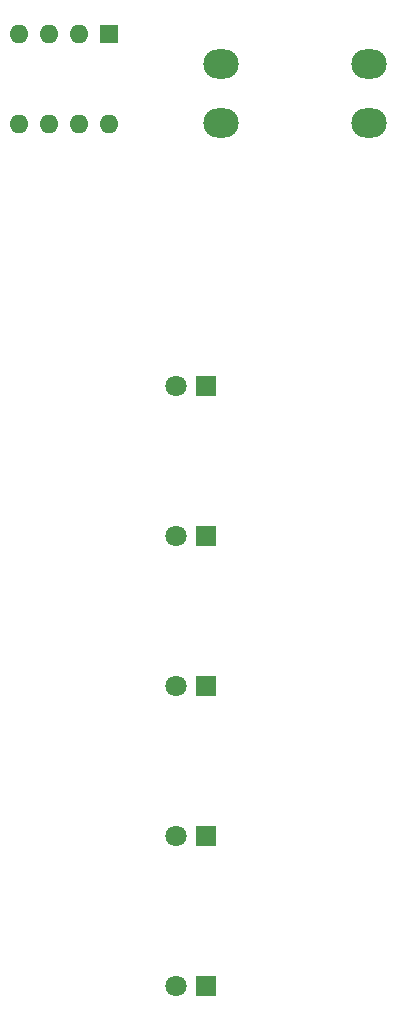
<source format=gbl>
G04 #@! TF.GenerationSoftware,KiCad,Pcbnew,(5.0.2)-1*
G04 #@! TF.CreationDate,2019-02-19T13:50:44+00:00*
G04 #@! TF.ProjectId,PersistenceOfVision,50657273-6973-4746-956e-63654f665669,1*
G04 #@! TF.SameCoordinates,Original*
G04 #@! TF.FileFunction,Copper,L2,Bot*
G04 #@! TF.FilePolarity,Positive*
%FSLAX46Y46*%
G04 Gerber Fmt 4.6, Leading zero omitted, Abs format (unit mm)*
G04 Created by KiCad (PCBNEW (5.0.2)-1) date 19/02/2019 13:50:44*
%MOMM*%
%LPD*%
G01*
G04 APERTURE LIST*
G04 #@! TA.AperFunction,ComponentPad*
%ADD10O,3.000000X2.500000*%
G04 #@! TD*
G04 #@! TA.AperFunction,ComponentPad*
%ADD11R,1.800000X1.800000*%
G04 #@! TD*
G04 #@! TA.AperFunction,ComponentPad*
%ADD12C,1.800000*%
G04 #@! TD*
G04 #@! TA.AperFunction,ComponentPad*
%ADD13R,1.600000X1.600000*%
G04 #@! TD*
G04 #@! TA.AperFunction,ComponentPad*
%ADD14O,1.600000X1.600000*%
G04 #@! TD*
G04 APERTURE END LIST*
D10*
G04 #@! TO.P,SW1,2*
G04 #@! TO.N,Net-(SW1-Pad2)*
X136525000Y-81835000D03*
G04 #@! TO.P,SW1,1*
G04 #@! TO.N,Net-(BT1-Pad1)*
X136525000Y-76835000D03*
G04 #@! TO.P,SW1,2*
G04 #@! TO.N,Net-(SW1-Pad2)*
X149025000Y-81835000D03*
G04 #@! TO.P,SW1,1*
G04 #@! TO.N,Net-(BT1-Pad1)*
X149025000Y-76835000D03*
G04 #@! TD*
D11*
G04 #@! TO.P,D5,1*
G04 #@! TO.N,GND*
X135255000Y-129540000D03*
D12*
G04 #@! TO.P,D5,2*
G04 #@! TO.N,Net-(D5-Pad2)*
X132715000Y-129540000D03*
G04 #@! TD*
G04 #@! TO.P,D4,2*
G04 #@! TO.N,Net-(D4-Pad2)*
X132715000Y-116840000D03*
D11*
G04 #@! TO.P,D4,1*
G04 #@! TO.N,GND*
X135255000Y-116840000D03*
G04 #@! TD*
G04 #@! TO.P,D3,1*
G04 #@! TO.N,GND*
X135255000Y-104140000D03*
D12*
G04 #@! TO.P,D3,2*
G04 #@! TO.N,Net-(D3-Pad2)*
X132715000Y-104140000D03*
G04 #@! TD*
G04 #@! TO.P,D2,2*
G04 #@! TO.N,Net-(D2-Pad2)*
X132715000Y-142240000D03*
D11*
G04 #@! TO.P,D2,1*
G04 #@! TO.N,GND*
X135255000Y-142240000D03*
G04 #@! TD*
G04 #@! TO.P,D1,1*
G04 #@! TO.N,GND*
X135255000Y-154940000D03*
D12*
G04 #@! TO.P,D1,2*
G04 #@! TO.N,Net-(D1-Pad2)*
X132715000Y-154940000D03*
G04 #@! TD*
D13*
G04 #@! TO.P,U1,1*
G04 #@! TO.N,Net-(U1-Pad1)*
X127000000Y-74295000D03*
D14*
G04 #@! TO.P,U1,5*
G04 #@! TO.N,Net-(D5-Pad2)*
X119380000Y-81915000D03*
G04 #@! TO.P,U1,2*
G04 #@! TO.N,Net-(D2-Pad2)*
X124460000Y-74295000D03*
G04 #@! TO.P,U1,6*
G04 #@! TO.N,Net-(D4-Pad2)*
X121920000Y-81915000D03*
G04 #@! TO.P,U1,3*
G04 #@! TO.N,Net-(D1-Pad2)*
X121920000Y-74295000D03*
G04 #@! TO.P,U1,7*
G04 #@! TO.N,Net-(D3-Pad2)*
X124460000Y-81915000D03*
G04 #@! TO.P,U1,4*
G04 #@! TO.N,GND*
X119380000Y-74295000D03*
G04 #@! TO.P,U1,8*
G04 #@! TO.N,Net-(SW1-Pad2)*
X127000000Y-81915000D03*
G04 #@! TD*
M02*

</source>
